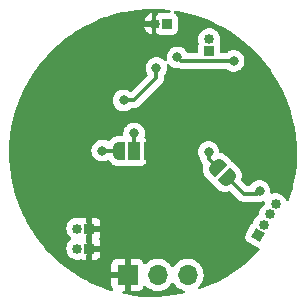
<source format=gbl>
G04 #@! TF.GenerationSoftware,KiCad,Pcbnew,(6.0.7)*
G04 #@! TF.CreationDate,2023-04-27T15:14:37-07:00*
G04 #@! TF.ProjectId,OBC-Attempt-3_Dual_Deploy,4f42432d-4174-4746-956d-70742d335f44,rev?*
G04 #@! TF.SameCoordinates,Original*
G04 #@! TF.FileFunction,Copper,L2,Bot*
G04 #@! TF.FilePolarity,Positive*
%FSLAX46Y46*%
G04 Gerber Fmt 4.6, Leading zero omitted, Abs format (unit mm)*
G04 Created by KiCad (PCBNEW (6.0.7)) date 2023-04-27 15:14:37*
%MOMM*%
%LPD*%
G01*
G04 APERTURE LIST*
G04 Aperture macros list*
%AMHorizOval*
0 Thick line with rounded ends*
0 $1 width*
0 $2 $3 position (X,Y) of the first rounded end (center of the circle)*
0 $4 $5 position (X,Y) of the second rounded end (center of the circle)*
0 Add line between two ends*
20,1,$1,$2,$3,$4,$5,0*
0 Add two circle primitives to create the rounded ends*
1,1,$1,$2,$3*
1,1,$1,$4,$5*%
%AMRotRect*
0 Rectangle, with rotation*
0 The origin of the aperture is its center*
0 $1 length*
0 $2 width*
0 $3 Rotation angle, in degrees counterclockwise*
0 Add horizontal line*
21,1,$1,$2,0,0,$3*%
%AMFreePoly0*
4,1,22,0.550000,-0.750000,0.000000,-0.750000,0.000000,-0.745033,-0.079941,-0.743568,-0.215256,-0.701293,-0.333266,-0.622738,-0.424486,-0.514219,-0.481581,-0.384460,-0.499164,-0.250000,-0.500000,-0.250000,-0.500000,0.250000,-0.499164,0.250000,-0.499963,0.256109,-0.478152,0.396186,-0.417904,0.524511,-0.324060,0.630769,-0.204165,0.706417,-0.067858,0.745374,0.000000,0.744959,0.000000,0.750000,
0.550000,0.750000,0.550000,-0.750000,0.550000,-0.750000,$1*%
%AMFreePoly1*
4,1,20,0.000000,0.744959,0.073905,0.744508,0.209726,0.703889,0.328688,0.626782,0.421226,0.519385,0.479903,0.390333,0.500000,0.250000,0.500000,-0.250000,0.499851,-0.262216,0.476331,-0.402017,0.414519,-0.529596,0.319384,-0.634700,0.198574,-0.708877,0.061801,-0.746166,0.000000,-0.745033,0.000000,-0.750000,-0.550000,-0.750000,-0.550000,0.750000,0.000000,0.750000,0.000000,0.744959,
0.000000,0.744959,$1*%
%AMFreePoly2*
4,1,22,0.499999,-0.750000,0.000000,-0.750000,0.000000,-0.745033,-0.079941,-0.743568,-0.215256,-0.701293,-0.333266,-0.622738,-0.424486,-0.514219,-0.481581,-0.384460,-0.499164,-0.250000,-0.500000,-0.250000,-0.500000,0.250000,-0.499164,0.250000,-0.499963,0.256109,-0.478152,0.396186,-0.417904,0.524511,-0.324060,0.630769,-0.204165,0.706417,-0.067858,0.745374,0.000000,0.744960,0.000000,0.750000,
0.499999,0.750000,0.499999,-0.750000,0.499999,-0.750000,$1*%
%AMFreePoly3*
4,1,20,0.000000,0.744960,0.073905,0.744508,0.209726,0.703889,0.328688,0.626782,0.421226,0.519385,0.479903,0.390333,0.500000,0.250000,0.500000,-0.250000,0.499851,-0.262216,0.476331,-0.402017,0.414519,-0.529596,0.319384,-0.634700,0.198574,-0.708877,0.061801,-0.746166,0.000000,-0.745033,0.000000,-0.750000,-0.499999,-0.750000,-0.499999,0.750000,0.000000,0.750000,0.000000,0.744960,
0.000000,0.744960,$1*%
G04 Aperture macros list end*
G04 #@! TA.AperFunction,ComponentPad*
%ADD10R,1.700000X1.700000*%
G04 #@! TD*
G04 #@! TA.AperFunction,ComponentPad*
%ADD11O,1.700000X1.700000*%
G04 #@! TD*
G04 #@! TA.AperFunction,ComponentPad*
%ADD12R,0.850000X0.850000*%
G04 #@! TD*
G04 #@! TA.AperFunction,ComponentPad*
%ADD13O,0.850000X0.850000*%
G04 #@! TD*
G04 #@! TA.AperFunction,ComponentPad*
%ADD14RotRect,0.850000X0.850000X150.000000*%
G04 #@! TD*
G04 #@! TA.AperFunction,ComponentPad*
%ADD15HorizOval,0.850000X0.000000X0.000000X0.000000X0.000000X0*%
G04 #@! TD*
G04 #@! TA.AperFunction,SMDPad,CuDef*
%ADD16FreePoly0,180.000000*%
G04 #@! TD*
G04 #@! TA.AperFunction,SMDPad,CuDef*
%ADD17R,1.000000X1.500000*%
G04 #@! TD*
G04 #@! TA.AperFunction,SMDPad,CuDef*
%ADD18FreePoly1,180.000000*%
G04 #@! TD*
G04 #@! TA.AperFunction,SMDPad,CuDef*
%ADD19FreePoly2,315.000000*%
G04 #@! TD*
G04 #@! TA.AperFunction,SMDPad,CuDef*
%ADD20FreePoly3,315.000000*%
G04 #@! TD*
G04 #@! TA.AperFunction,ViaPad*
%ADD21C,0.800000*%
G04 #@! TD*
G04 #@! TA.AperFunction,Conductor*
%ADD22C,0.300000*%
G04 #@! TD*
G04 APERTURE END LIST*
D10*
X151640000Y-122420000D03*
D11*
X154180000Y-122420000D03*
X156720000Y-122420000D03*
D12*
X158550000Y-103475000D03*
D13*
X158550000Y-102475000D03*
D12*
X154950000Y-101175000D03*
D13*
X153950000Y-101175000D03*
D14*
X162700000Y-119032051D03*
D15*
X163200000Y-118166026D03*
X163700000Y-117300000D03*
X164200000Y-116433975D03*
D12*
X148400000Y-120200000D03*
D13*
X147400000Y-120200000D03*
D12*
X148400000Y-118500000D03*
D13*
X147400000Y-118500000D03*
D16*
X153520000Y-111940000D03*
D17*
X152220000Y-111940000D03*
D18*
X150920000Y-111940000D03*
D19*
X159189908Y-113282153D03*
D20*
X160109146Y-114201391D03*
D21*
X151300000Y-107650000D03*
X149500000Y-111910000D03*
X154080000Y-104900000D03*
X159100000Y-105750000D03*
X148925000Y-102675000D03*
X151250000Y-105630000D03*
X155722070Y-105649500D03*
X150300000Y-101725000D03*
X154700000Y-110350000D03*
X144350000Y-112500000D03*
X150425000Y-110125000D03*
X143400000Y-112500000D03*
X162799949Y-106863431D03*
X151750000Y-114540000D03*
X149475000Y-116800000D03*
X144350000Y-117650000D03*
X159125000Y-107550000D03*
X146675000Y-105375000D03*
X164050000Y-112300000D03*
X156470000Y-114540000D03*
X152200000Y-110450000D03*
X158496000Y-112014000D03*
X162814000Y-115316000D03*
X160625000Y-104300000D03*
X155868345Y-103997521D03*
D22*
X154080000Y-105720000D02*
X152150000Y-107650000D01*
X152150000Y-107650000D02*
X151300000Y-107650000D01*
X154080000Y-104900000D02*
X154080000Y-105720000D01*
X150920000Y-111940000D02*
X149530000Y-111940000D01*
X149530000Y-111940000D02*
X149500000Y-111910000D01*
X152200000Y-110450000D02*
X152200000Y-111920000D01*
X152200000Y-111920000D02*
X152220000Y-111940000D01*
X158496000Y-112588245D02*
X159189908Y-113282153D01*
X158496000Y-112014000D02*
X158496000Y-112588245D01*
X162560000Y-115570000D02*
X162814000Y-115316000D01*
X161798000Y-115570000D02*
X162560000Y-115570000D01*
X161477755Y-115570000D02*
X161798000Y-115570000D01*
X160109146Y-114201391D02*
X161477755Y-115570000D01*
X155868345Y-103997521D02*
X156170824Y-104300000D01*
X156170824Y-104300000D02*
X160625000Y-104300000D01*
G04 #@! TA.AperFunction,Conductor*
G36*
X153888627Y-99908920D02*
G01*
X154225312Y-99920677D01*
X154562005Y-99932435D01*
X154569010Y-99932875D01*
X155040154Y-99975753D01*
X155196910Y-99990019D01*
X155262937Y-100016112D01*
X155304376Y-100073761D01*
X155308069Y-100144661D01*
X155272844Y-100206303D01*
X155209885Y-100239116D01*
X155185490Y-100241500D01*
X154476866Y-100241500D01*
X154414684Y-100248255D01*
X154334750Y-100278221D01*
X154324424Y-100282092D01*
X154253616Y-100287275D01*
X154241258Y-100283943D01*
X154233448Y-100281405D01*
X154221720Y-100278912D01*
X154207659Y-100279985D01*
X154204000Y-100289941D01*
X154204000Y-100294087D01*
X154183998Y-100362208D01*
X154168025Y-100382028D01*
X154161739Y-100386739D01*
X154074385Y-100503295D01*
X154023255Y-100639684D01*
X154016500Y-100701866D01*
X154016500Y-101648134D01*
X154023255Y-101710316D01*
X154074385Y-101846705D01*
X154161739Y-101963261D01*
X154167518Y-101967592D01*
X154201121Y-102029130D01*
X154204000Y-102055913D01*
X154204000Y-102056739D01*
X154207973Y-102070270D01*
X154218468Y-102071779D01*
X154233448Y-102068595D01*
X154241258Y-102066057D01*
X154312226Y-102064030D01*
X154324424Y-102067908D01*
X154414684Y-102101745D01*
X154476866Y-102108500D01*
X155423134Y-102108500D01*
X155485316Y-102101745D01*
X155621705Y-102050615D01*
X155738261Y-101963261D01*
X155825615Y-101846705D01*
X155876745Y-101710316D01*
X155883500Y-101648134D01*
X155883500Y-100701866D01*
X155876745Y-100639684D01*
X155825615Y-100503295D01*
X155738261Y-100386739D01*
X155705529Y-100362208D01*
X155628892Y-100304771D01*
X155628890Y-100304770D01*
X155621705Y-100299385D01*
X155613295Y-100296232D01*
X155611930Y-100295485D01*
X155561784Y-100245227D01*
X155546769Y-100175836D01*
X155571653Y-100109343D01*
X155628536Y-100066860D01*
X155690844Y-100060316D01*
X155913551Y-100093202D01*
X155920481Y-100094424D01*
X156580481Y-100229903D01*
X156587331Y-100231509D01*
X157238769Y-100403627D01*
X157245519Y-100405614D01*
X157886303Y-100613817D01*
X157892932Y-100616177D01*
X158521123Y-100859836D01*
X158527609Y-100862563D01*
X158864470Y-101015369D01*
X159141204Y-101140901D01*
X159147503Y-101143973D01*
X159698210Y-101431876D01*
X159744627Y-101456142D01*
X159750753Y-101459565D01*
X160292252Y-101782364D01*
X160329506Y-101804572D01*
X160335446Y-101808342D01*
X160894036Y-102185115D01*
X160899754Y-102189209D01*
X161027811Y-102286409D01*
X161436434Y-102596571D01*
X161441915Y-102600977D01*
X161955033Y-103037675D01*
X161960244Y-103042367D01*
X162448195Y-103507036D01*
X162453135Y-103512011D01*
X162914378Y-104003186D01*
X162919033Y-104008429D01*
X163067052Y-104184831D01*
X163352140Y-104524585D01*
X163356510Y-104530099D01*
X163760115Y-105069609D01*
X163764171Y-105075359D01*
X163909792Y-105294536D01*
X164077456Y-105546890D01*
X164137027Y-105636552D01*
X164140751Y-105642511D01*
X164418495Y-106115913D01*
X164481710Y-106223661D01*
X164485100Y-106229827D01*
X164793082Y-106829097D01*
X164796122Y-106835442D01*
X165070173Y-107450969D01*
X165072854Y-107457474D01*
X165312115Y-108087332D01*
X165314429Y-108093977D01*
X165380846Y-108303350D01*
X165461785Y-108558500D01*
X165518161Y-108736221D01*
X165520088Y-108742938D01*
X165687666Y-109395614D01*
X165689215Y-109402437D01*
X165791454Y-109918774D01*
X165820086Y-110063377D01*
X165821257Y-110070298D01*
X165886862Y-110537100D01*
X165915033Y-110737548D01*
X165915817Y-110744541D01*
X165972196Y-111415941D01*
X165972589Y-111422966D01*
X165991426Y-112097358D01*
X165991463Y-112102635D01*
X165986784Y-112437763D01*
X165986600Y-112443038D01*
X165948939Y-113116649D01*
X165948350Y-113123660D01*
X165873246Y-113793226D01*
X165872267Y-113800192D01*
X165762488Y-114449251D01*
X165759901Y-114464544D01*
X165758535Y-114471443D01*
X165662909Y-114892344D01*
X165609261Y-115128475D01*
X165607511Y-115135290D01*
X165421792Y-115782966D01*
X165419664Y-115789673D01*
X165351163Y-115986381D01*
X165312178Y-116098333D01*
X165311307Y-116100833D01*
X165270015Y-116158587D01*
X165204054Y-116184848D01*
X165134366Y-116171279D01*
X165083077Y-116122188D01*
X165072483Y-116098333D01*
X165062418Y-116067357D01*
X165057492Y-116052195D01*
X164959377Y-115882255D01*
X164828074Y-115736428D01*
X164669321Y-115621087D01*
X164663293Y-115618403D01*
X164663291Y-115618402D01*
X164496087Y-115543958D01*
X164496086Y-115543958D01*
X164490056Y-115541273D01*
X164394086Y-115520874D01*
X164304572Y-115501847D01*
X164304568Y-115501847D01*
X164298115Y-115500475D01*
X164101885Y-115500475D01*
X164095432Y-115501847D01*
X164095428Y-115501847D01*
X164005914Y-115520874D01*
X163909944Y-115541273D01*
X163903917Y-115543956D01*
X163903909Y-115543959D01*
X163893080Y-115548781D01*
X163822713Y-115558216D01*
X163758416Y-115528111D01*
X163720602Y-115468022D01*
X163716520Y-115420504D01*
X163720119Y-115386267D01*
X163727504Y-115316000D01*
X163725350Y-115295502D01*
X163708232Y-115132635D01*
X163708232Y-115132633D01*
X163707542Y-115126072D01*
X163648527Y-114944444D01*
X163553040Y-114779056D01*
X163515916Y-114737825D01*
X163429675Y-114642045D01*
X163429674Y-114642044D01*
X163425253Y-114637134D01*
X163270752Y-114524882D01*
X163264724Y-114522198D01*
X163264722Y-114522197D01*
X163102319Y-114449891D01*
X163102318Y-114449891D01*
X163096288Y-114447206D01*
X163002887Y-114427353D01*
X162915944Y-114408872D01*
X162915939Y-114408872D01*
X162909487Y-114407500D01*
X162718513Y-114407500D01*
X162712061Y-114408872D01*
X162712056Y-114408872D01*
X162625113Y-114427353D01*
X162531712Y-114447206D01*
X162525682Y-114449891D01*
X162525681Y-114449891D01*
X162363278Y-114522197D01*
X162363276Y-114522198D01*
X162357248Y-114524882D01*
X162202747Y-114637134D01*
X162198326Y-114642044D01*
X162198325Y-114642045D01*
X162112085Y-114737825D01*
X162074960Y-114779056D01*
X162071659Y-114784774D01*
X162034866Y-114848501D01*
X161983483Y-114897494D01*
X161925747Y-114911500D01*
X161802704Y-114911500D01*
X161734583Y-114891498D01*
X161713609Y-114874595D01*
X161288265Y-114449251D01*
X161254239Y-114386939D01*
X161258918Y-114322337D01*
X161257475Y-114321910D01*
X161258745Y-114317617D01*
X161260319Y-114313418D01*
X161280247Y-114222783D01*
X161290636Y-114175530D01*
X161290636Y-114175527D01*
X161291597Y-114171158D01*
X161302211Y-114028329D01*
X161292304Y-113883009D01*
X161262404Y-113742941D01*
X161212107Y-113606238D01*
X161193941Y-113572572D01*
X161146229Y-113484146D01*
X161146225Y-113484140D01*
X161144096Y-113480194D01*
X161057459Y-113363111D01*
X161054308Y-113359921D01*
X160959955Y-113264407D01*
X160959950Y-113264402D01*
X160956806Y-113261220D01*
X160954835Y-113259723D01*
X160952059Y-113257122D01*
X160649184Y-112954247D01*
X160593790Y-112906247D01*
X160560557Y-112888100D01*
X160520077Y-112853023D01*
X160439750Y-112745719D01*
X160439749Y-112745718D01*
X160437052Y-112742115D01*
X160090644Y-112395707D01*
X160090101Y-112395161D01*
X160040724Y-112345177D01*
X160037567Y-112341981D01*
X160007406Y-112319087D01*
X159925124Y-112256631D01*
X159925121Y-112256629D01*
X159921548Y-112253917D01*
X159796343Y-112184371D01*
X159660266Y-112132408D01*
X159655898Y-112131420D01*
X159655896Y-112131419D01*
X159524949Y-112101789D01*
X159524950Y-112101789D01*
X159520574Y-112100799D01*
X159516099Y-112100439D01*
X159513143Y-112099988D01*
X159448818Y-112069942D01*
X159410948Y-112009889D01*
X159406834Y-111988599D01*
X159390232Y-111830635D01*
X159390232Y-111830633D01*
X159389542Y-111824072D01*
X159330527Y-111642444D01*
X159235040Y-111477056D01*
X159107253Y-111335134D01*
X159008157Y-111263136D01*
X158958094Y-111226763D01*
X158958093Y-111226762D01*
X158952752Y-111222882D01*
X158946724Y-111220198D01*
X158946722Y-111220197D01*
X158784319Y-111147891D01*
X158784318Y-111147891D01*
X158778288Y-111145206D01*
X158672703Y-111122763D01*
X158597944Y-111106872D01*
X158597939Y-111106872D01*
X158591487Y-111105500D01*
X158400513Y-111105500D01*
X158394061Y-111106872D01*
X158394056Y-111106872D01*
X158319297Y-111122763D01*
X158213712Y-111145206D01*
X158207682Y-111147891D01*
X158207681Y-111147891D01*
X158045278Y-111220197D01*
X158045276Y-111220198D01*
X158039248Y-111222882D01*
X158033907Y-111226762D01*
X158033906Y-111226763D01*
X157983843Y-111263136D01*
X157884747Y-111335134D01*
X157756960Y-111477056D01*
X157661473Y-111642444D01*
X157602458Y-111824072D01*
X157582496Y-112014000D01*
X157583186Y-112020565D01*
X157600403Y-112184371D01*
X157602458Y-112203928D01*
X157661473Y-112385556D01*
X157756960Y-112550944D01*
X157786683Y-112583955D01*
X157808009Y-112607640D01*
X157838726Y-112671647D01*
X157839540Y-112680056D01*
X157840189Y-112684153D01*
X157840438Y-112692076D01*
X157842650Y-112699689D01*
X157842650Y-112699690D01*
X157846419Y-112712661D01*
X157850430Y-112732027D01*
X157853118Y-112753309D01*
X157856034Y-112760674D01*
X157856035Y-112760678D01*
X157870126Y-112796266D01*
X157873965Y-112807476D01*
X157886855Y-112851845D01*
X157897775Y-112870310D01*
X157906466Y-112888050D01*
X157914365Y-112908001D01*
X157929111Y-112928297D01*
X157941516Y-112945371D01*
X157948033Y-112955293D01*
X157967507Y-112988222D01*
X157967510Y-112988226D01*
X157971547Y-112995052D01*
X157986711Y-113010216D01*
X157999551Y-113025249D01*
X158012159Y-113042602D01*
X158013429Y-113043653D01*
X158044219Y-113104510D01*
X158041090Y-113157959D01*
X158042335Y-113158249D01*
X158010338Y-113295744D01*
X158010337Y-113295751D01*
X158009323Y-113300108D01*
X157996964Y-113442796D01*
X158005094Y-113588227D01*
X158033280Y-113728650D01*
X158034773Y-113732865D01*
X158034774Y-113732870D01*
X158039895Y-113747330D01*
X158081904Y-113865959D01*
X158148370Y-113992825D01*
X158233571Y-114110959D01*
X158236678Y-114114182D01*
X158236683Y-114114188D01*
X158291603Y-114171158D01*
X158332972Y-114214072D01*
X158336500Y-114216819D01*
X158339840Y-114219824D01*
X158339755Y-114219918D01*
X158346046Y-114225475D01*
X158649870Y-114529298D01*
X158705264Y-114577297D01*
X158738497Y-114595444D01*
X158778977Y-114630521D01*
X158787604Y-114642045D01*
X158862002Y-114741429D01*
X159206559Y-115085986D01*
X159208177Y-115087633D01*
X159245233Y-115126072D01*
X159252212Y-115133312D01*
X159367146Y-115222785D01*
X159491492Y-115293855D01*
X159530843Y-115309435D01*
X159622755Y-115345826D01*
X159622758Y-115345827D01*
X159626923Y-115347476D01*
X159631279Y-115348518D01*
X159631286Y-115348520D01*
X159761855Y-115379746D01*
X159761861Y-115379747D01*
X159766218Y-115380789D01*
X159873383Y-115390731D01*
X159906787Y-115393830D01*
X159906789Y-115393830D01*
X159911251Y-115394244D01*
X160054297Y-115387123D01*
X160197283Y-115359329D01*
X160225524Y-115349522D01*
X160296436Y-115346071D01*
X160355951Y-115379455D01*
X160954096Y-115977600D01*
X160962086Y-115986381D01*
X160962094Y-115986390D01*
X160966339Y-115993080D01*
X160972114Y-115998503D01*
X161018028Y-116041619D01*
X161020870Y-116044374D01*
X161041422Y-116064926D01*
X161044556Y-116067357D01*
X161044918Y-116067638D01*
X161053946Y-116075348D01*
X161087622Y-116106972D01*
X161094573Y-116110793D01*
X161094574Y-116110794D01*
X161106410Y-116117301D01*
X161122939Y-116128158D01*
X161133624Y-116136447D01*
X161133626Y-116136448D01*
X161139886Y-116141304D01*
X161182299Y-116159657D01*
X161192936Y-116164868D01*
X161233418Y-116187124D01*
X161241097Y-116189096D01*
X161241098Y-116189096D01*
X161254189Y-116192457D01*
X161272891Y-116198859D01*
X161292578Y-116207379D01*
X161300407Y-116208619D01*
X161338203Y-116214605D01*
X161349829Y-116217013D01*
X161386890Y-116226529D01*
X161386891Y-116226529D01*
X161394567Y-116228500D01*
X161416013Y-116228500D01*
X161435723Y-116230051D01*
X161456906Y-116233406D01*
X161502890Y-116229059D01*
X161514749Y-116228500D01*
X162477944Y-116228500D01*
X162489800Y-116229059D01*
X162489803Y-116229059D01*
X162497537Y-116230788D01*
X162568369Y-116228562D01*
X162572327Y-116228500D01*
X162601432Y-116228500D01*
X162605832Y-116227944D01*
X162617664Y-116227012D01*
X162663831Y-116225562D01*
X162671447Y-116223349D01*
X162672250Y-116223222D01*
X162705312Y-116224096D01*
X162705486Y-116222436D01*
X162712049Y-116223126D01*
X162718513Y-116224500D01*
X162909487Y-116224500D01*
X162915939Y-116223128D01*
X162915944Y-116223128D01*
X163004840Y-116204232D01*
X163096288Y-116184794D01*
X163102320Y-116182108D01*
X163108600Y-116180068D01*
X163109434Y-116182634D01*
X163167933Y-116174791D01*
X163232230Y-116204897D01*
X163270044Y-116264986D01*
X163274125Y-116312502D01*
X163263712Y-116411581D01*
X163236699Y-116477238D01*
X163212463Y-116500347D01*
X163091833Y-116587990D01*
X163071926Y-116602453D01*
X162940623Y-116748280D01*
X162842508Y-116918220D01*
X162781870Y-117104845D01*
X162770093Y-117216899D01*
X162763712Y-117277607D01*
X162736699Y-117343264D01*
X162712464Y-117366372D01*
X162571926Y-117468479D01*
X162567505Y-117473389D01*
X162567504Y-117473390D01*
X162477910Y-117572895D01*
X162440623Y-117614306D01*
X162342508Y-117784246D01*
X162281870Y-117970871D01*
X162281511Y-117974283D01*
X162248341Y-118035722D01*
X162238884Y-118044345D01*
X162171178Y-118100057D01*
X162171176Y-118100059D01*
X162165073Y-118105081D01*
X162128132Y-118155555D01*
X161654998Y-118975047D01*
X161629757Y-119032276D01*
X161628461Y-119040063D01*
X161628460Y-119040066D01*
X161607317Y-119167099D01*
X161605843Y-119175957D01*
X161623215Y-119320575D01*
X161680479Y-119454503D01*
X161686186Y-119461438D01*
X161749667Y-119538585D01*
X161773030Y-119566978D01*
X161823504Y-119603919D01*
X162642996Y-120077053D01*
X162700225Y-120102294D01*
X162708016Y-120103591D01*
X162708017Y-120103591D01*
X162729575Y-120107179D01*
X162793488Y-120138093D01*
X162830542Y-120198653D01*
X162828971Y-120269632D01*
X162803112Y-120315124D01*
X162689552Y-120443029D01*
X162684736Y-120448158D01*
X162209969Y-120926251D01*
X162204879Y-120931099D01*
X161704153Y-121381953D01*
X161698831Y-121386483D01*
X161475056Y-121566403D01*
X161173716Y-121808686D01*
X161168112Y-121812940D01*
X160620232Y-122205184D01*
X160614432Y-122209096D01*
X160171943Y-122489908D01*
X160045543Y-122570124D01*
X160039502Y-122573725D01*
X159585177Y-122827639D01*
X159451352Y-122902431D01*
X159445123Y-122905688D01*
X158839529Y-123201056D01*
X158833127Y-123203960D01*
X158606342Y-123299292D01*
X158211983Y-123465065D01*
X158205423Y-123467609D01*
X157781975Y-123618392D01*
X157711092Y-123622400D01*
X157649294Y-123587450D01*
X157616202Y-123524637D01*
X157622322Y-123453905D01*
X157650769Y-123410442D01*
X157754430Y-123307144D01*
X157754440Y-123307132D01*
X157758096Y-123303489D01*
X157888453Y-123122077D01*
X157909137Y-123080227D01*
X157985136Y-122926453D01*
X157985137Y-122926451D01*
X157987430Y-122921811D01*
X158052370Y-122708069D01*
X158081529Y-122486590D01*
X158083156Y-122420000D01*
X158064852Y-122197361D01*
X158010431Y-121980702D01*
X157921354Y-121775840D01*
X157800014Y-121588277D01*
X157649670Y-121423051D01*
X157645619Y-121419852D01*
X157645615Y-121419848D01*
X157478414Y-121287800D01*
X157478410Y-121287798D01*
X157474359Y-121284598D01*
X157278789Y-121176638D01*
X157273920Y-121174914D01*
X157273916Y-121174912D01*
X157073087Y-121103795D01*
X157073083Y-121103794D01*
X157068212Y-121102069D01*
X157063119Y-121101162D01*
X157063116Y-121101161D01*
X156853373Y-121063800D01*
X156853367Y-121063799D01*
X156848284Y-121062894D01*
X156774452Y-121061992D01*
X156630081Y-121060228D01*
X156630079Y-121060228D01*
X156624911Y-121060165D01*
X156404091Y-121093955D01*
X156191756Y-121163357D01*
X156161443Y-121179137D01*
X156033681Y-121245646D01*
X155993607Y-121266507D01*
X155989474Y-121269610D01*
X155989471Y-121269612D01*
X155836729Y-121384294D01*
X155814965Y-121400635D01*
X155660629Y-121562138D01*
X155553201Y-121719621D01*
X155498293Y-121764621D01*
X155427768Y-121772792D01*
X155364021Y-121741538D01*
X155343324Y-121717054D01*
X155262822Y-121592617D01*
X155262820Y-121592614D01*
X155260014Y-121588277D01*
X155109670Y-121423051D01*
X155105619Y-121419852D01*
X155105615Y-121419848D01*
X154938414Y-121287800D01*
X154938410Y-121287798D01*
X154934359Y-121284598D01*
X154738789Y-121176638D01*
X154733920Y-121174914D01*
X154733916Y-121174912D01*
X154533087Y-121103795D01*
X154533083Y-121103794D01*
X154528212Y-121102069D01*
X154523119Y-121101162D01*
X154523116Y-121101161D01*
X154313373Y-121063800D01*
X154313367Y-121063799D01*
X154308284Y-121062894D01*
X154234452Y-121061992D01*
X154090081Y-121060228D01*
X154090079Y-121060228D01*
X154084911Y-121060165D01*
X153864091Y-121093955D01*
X153651756Y-121163357D01*
X153621443Y-121179137D01*
X153493681Y-121245646D01*
X153453607Y-121266507D01*
X153449474Y-121269610D01*
X153449471Y-121269612D01*
X153296729Y-121384294D01*
X153274965Y-121400635D01*
X153271393Y-121404373D01*
X153193898Y-121485466D01*
X153132374Y-121520895D01*
X153061462Y-121517438D01*
X153003676Y-121476192D01*
X152984823Y-121442644D01*
X152943324Y-121331946D01*
X152934786Y-121316351D01*
X152858285Y-121214276D01*
X152845724Y-121201715D01*
X152743649Y-121125214D01*
X152728054Y-121116676D01*
X152607606Y-121071522D01*
X152592351Y-121067895D01*
X152541486Y-121062369D01*
X152534672Y-121062000D01*
X151912115Y-121062000D01*
X151896876Y-121066475D01*
X151895671Y-121067865D01*
X151894000Y-121075548D01*
X151894000Y-123759884D01*
X151898475Y-123775123D01*
X151899865Y-123776328D01*
X151907548Y-123777999D01*
X152534669Y-123777999D01*
X152541490Y-123777629D01*
X152592352Y-123772105D01*
X152607604Y-123768479D01*
X152728054Y-123723324D01*
X152743649Y-123714786D01*
X152845724Y-123638285D01*
X152858285Y-123625724D01*
X152934786Y-123523649D01*
X152943324Y-123508054D01*
X152984225Y-123398952D01*
X153026867Y-123342188D01*
X153093428Y-123317488D01*
X153162777Y-123332696D01*
X153197444Y-123360684D01*
X153222865Y-123390031D01*
X153222869Y-123390035D01*
X153226250Y-123393938D01*
X153398126Y-123536632D01*
X153591000Y-123649338D01*
X153799692Y-123729030D01*
X153804760Y-123730061D01*
X153804763Y-123730062D01*
X153904173Y-123750287D01*
X154018597Y-123773567D01*
X154023772Y-123773757D01*
X154023774Y-123773757D01*
X154236673Y-123781564D01*
X154236677Y-123781564D01*
X154241837Y-123781753D01*
X154246957Y-123781097D01*
X154246959Y-123781097D01*
X154458288Y-123754025D01*
X154458289Y-123754025D01*
X154463416Y-123753368D01*
X154468366Y-123751883D01*
X154672429Y-123690661D01*
X154672434Y-123690659D01*
X154677384Y-123689174D01*
X154877994Y-123590896D01*
X155059860Y-123461173D01*
X155067154Y-123453905D01*
X155160701Y-123360684D01*
X155218096Y-123303489D01*
X155348453Y-123122077D01*
X155349776Y-123123028D01*
X155396645Y-123079857D01*
X155466580Y-123067625D01*
X155532026Y-123095144D01*
X155559875Y-123126994D01*
X155619987Y-123225088D01*
X155766250Y-123393938D01*
X155938126Y-123536632D01*
X156131000Y-123649338D01*
X156339692Y-123729030D01*
X156444181Y-123750289D01*
X156506944Y-123783469D01*
X156541806Y-123845317D01*
X156537697Y-123916194D01*
X156495921Y-123973599D01*
X156447830Y-123996429D01*
X156254872Y-124041687D01*
X156247980Y-124043102D01*
X156063931Y-124075555D01*
X155584421Y-124160106D01*
X155577495Y-124161128D01*
X154908425Y-124240910D01*
X154901427Y-124241546D01*
X154228978Y-124283853D01*
X154221983Y-124284097D01*
X153847583Y-124286711D01*
X153548205Y-124288801D01*
X153541171Y-124288654D01*
X153089714Y-124266575D01*
X152868186Y-124255740D01*
X152861184Y-124255202D01*
X152191089Y-124184771D01*
X152184114Y-124183840D01*
X151519025Y-124076119D01*
X151512113Y-124074801D01*
X151294978Y-124027061D01*
X151232742Y-123992897D01*
X151198855Y-123930510D01*
X151204077Y-123859705D01*
X151246750Y-123802964D01*
X151313325Y-123778301D01*
X151322035Y-123778000D01*
X151367885Y-123778000D01*
X151383124Y-123773525D01*
X151384329Y-123772135D01*
X151386000Y-123764452D01*
X151386000Y-122692115D01*
X151381525Y-122676876D01*
X151380135Y-122675671D01*
X151372452Y-122674000D01*
X150300116Y-122674000D01*
X150284877Y-122678475D01*
X150283672Y-122679865D01*
X150282001Y-122687548D01*
X150282001Y-123314669D01*
X150282371Y-123321490D01*
X150287895Y-123372352D01*
X150291521Y-123387604D01*
X150336676Y-123508054D01*
X150345214Y-123523648D01*
X150373712Y-123561673D01*
X150398560Y-123628179D01*
X150383507Y-123697562D01*
X150333333Y-123747792D01*
X150263968Y-123762922D01*
X150239005Y-123758597D01*
X150198260Y-123747221D01*
X150191556Y-123745146D01*
X149553704Y-123528003D01*
X149547110Y-123525550D01*
X149167931Y-123372352D01*
X148922401Y-123273152D01*
X148915969Y-123270342D01*
X148306320Y-122983463D01*
X148300041Y-122980292D01*
X147707343Y-122659821D01*
X147701250Y-122656303D01*
X147127381Y-122303256D01*
X147121493Y-122299403D01*
X146903487Y-122147885D01*
X150282000Y-122147885D01*
X150286475Y-122163124D01*
X150287865Y-122164329D01*
X150295548Y-122166000D01*
X151367885Y-122166000D01*
X151383124Y-122161525D01*
X151384329Y-122160135D01*
X151386000Y-122152452D01*
X151386000Y-121080116D01*
X151381525Y-121064877D01*
X151380135Y-121063672D01*
X151372452Y-121062001D01*
X150745331Y-121062001D01*
X150738510Y-121062371D01*
X150687648Y-121067895D01*
X150672396Y-121071521D01*
X150551946Y-121116676D01*
X150536351Y-121125214D01*
X150434276Y-121201715D01*
X150421715Y-121214276D01*
X150345214Y-121316351D01*
X150336676Y-121331946D01*
X150291522Y-121452394D01*
X150287895Y-121467649D01*
X150282369Y-121518514D01*
X150282000Y-121525328D01*
X150282000Y-122147885D01*
X146903487Y-122147885D01*
X146568214Y-121914864D01*
X146562551Y-121910688D01*
X146031624Y-121495883D01*
X146026202Y-121491398D01*
X145546581Y-121071522D01*
X145519247Y-121047593D01*
X145514086Y-121042815D01*
X145483526Y-121012888D01*
X145032656Y-120571363D01*
X145027817Y-120566352D01*
X144693292Y-120200000D01*
X146461358Y-120200000D01*
X146481870Y-120395155D01*
X146483910Y-120401433D01*
X146483910Y-120401434D01*
X146505392Y-120467548D01*
X146542508Y-120581780D01*
X146640623Y-120751720D01*
X146771926Y-120897547D01*
X146777268Y-120901428D01*
X146777270Y-120901430D01*
X146886409Y-120980724D01*
X146930679Y-121012888D01*
X146936707Y-121015572D01*
X146936709Y-121015573D01*
X147103913Y-121090017D01*
X147109944Y-121092702D01*
X147205914Y-121113101D01*
X147295428Y-121132128D01*
X147295432Y-121132128D01*
X147301885Y-121133500D01*
X147498115Y-121133500D01*
X147504568Y-121132128D01*
X147504572Y-121132128D01*
X147683603Y-121094074D01*
X147683606Y-121094073D01*
X147690056Y-121092702D01*
X147693729Y-121091067D01*
X147763739Y-121089063D01*
X147775943Y-121092943D01*
X147857395Y-121123478D01*
X147872649Y-121127105D01*
X147923514Y-121132631D01*
X147930328Y-121133000D01*
X148127885Y-121133000D01*
X148143124Y-121128525D01*
X148144329Y-121127135D01*
X148146000Y-121119452D01*
X148146000Y-121114884D01*
X148654000Y-121114884D01*
X148658475Y-121130123D01*
X148659865Y-121131328D01*
X148667548Y-121132999D01*
X148869669Y-121132999D01*
X148876490Y-121132629D01*
X148927352Y-121127105D01*
X148942604Y-121123479D01*
X149063054Y-121078324D01*
X149078649Y-121069786D01*
X149180724Y-120993285D01*
X149193285Y-120980724D01*
X149269786Y-120878649D01*
X149278324Y-120863054D01*
X149323478Y-120742606D01*
X149327105Y-120727351D01*
X149332631Y-120676486D01*
X149333000Y-120669672D01*
X149333000Y-120472115D01*
X149328525Y-120456876D01*
X149327135Y-120455671D01*
X149319452Y-120454000D01*
X148672115Y-120454000D01*
X148656876Y-120458475D01*
X148655671Y-120459865D01*
X148654000Y-120467548D01*
X148654000Y-121114884D01*
X148146000Y-121114884D01*
X148146000Y-120808651D01*
X148162881Y-120745651D01*
X148254188Y-120587503D01*
X148254189Y-120587502D01*
X148257492Y-120581780D01*
X148294608Y-120467548D01*
X148316090Y-120401434D01*
X148316090Y-120401433D01*
X148318130Y-120395155D01*
X148338642Y-120200000D01*
X148328509Y-120103591D01*
X148318820Y-120011409D01*
X148318820Y-120011408D01*
X148318130Y-120004845D01*
X148297105Y-119940135D01*
X148293125Y-119927885D01*
X148654000Y-119927885D01*
X148658475Y-119943124D01*
X148659865Y-119944329D01*
X148667548Y-119946000D01*
X149314884Y-119946000D01*
X149330123Y-119941525D01*
X149331328Y-119940135D01*
X149332999Y-119932452D01*
X149332999Y-119730331D01*
X149332629Y-119723510D01*
X149327105Y-119672648D01*
X149323479Y-119657396D01*
X149278324Y-119536946D01*
X149269786Y-119521352D01*
X149197998Y-119425565D01*
X149173150Y-119359059D01*
X149188203Y-119289676D01*
X149197998Y-119274435D01*
X149269786Y-119178648D01*
X149278324Y-119163054D01*
X149323478Y-119042606D01*
X149327105Y-119027351D01*
X149332631Y-118976486D01*
X149333000Y-118969672D01*
X149333000Y-118772115D01*
X149328525Y-118756876D01*
X149327135Y-118755671D01*
X149319452Y-118754000D01*
X148672115Y-118754000D01*
X148656876Y-118758475D01*
X148655671Y-118759865D01*
X148654000Y-118767548D01*
X148654000Y-119927885D01*
X148293125Y-119927885D01*
X148259534Y-119824505D01*
X148257492Y-119818220D01*
X148162881Y-119654349D01*
X148146000Y-119591349D01*
X148146000Y-119108651D01*
X148162881Y-119045651D01*
X148254188Y-118887503D01*
X148254189Y-118887502D01*
X148257492Y-118881780D01*
X148294608Y-118767548D01*
X148316090Y-118701434D01*
X148316090Y-118701433D01*
X148318130Y-118695155D01*
X148338642Y-118500000D01*
X148318130Y-118304845D01*
X148297105Y-118240135D01*
X148293125Y-118227885D01*
X148654000Y-118227885D01*
X148658475Y-118243124D01*
X148659865Y-118244329D01*
X148667548Y-118246000D01*
X149314884Y-118246000D01*
X149330123Y-118241525D01*
X149331328Y-118240135D01*
X149332999Y-118232452D01*
X149332999Y-118030331D01*
X149332629Y-118023510D01*
X149327105Y-117972648D01*
X149323479Y-117957396D01*
X149278324Y-117836946D01*
X149269786Y-117821351D01*
X149193285Y-117719276D01*
X149180724Y-117706715D01*
X149078649Y-117630214D01*
X149063054Y-117621676D01*
X148942606Y-117576522D01*
X148927351Y-117572895D01*
X148876486Y-117567369D01*
X148869672Y-117567000D01*
X148672115Y-117567000D01*
X148656876Y-117571475D01*
X148655671Y-117572865D01*
X148654000Y-117580548D01*
X148654000Y-118227885D01*
X148293125Y-118227885D01*
X148259534Y-118124505D01*
X148257492Y-118118220D01*
X148162881Y-117954349D01*
X148146000Y-117891349D01*
X148146000Y-117585116D01*
X148141525Y-117569877D01*
X148140135Y-117568672D01*
X148132452Y-117567001D01*
X147930331Y-117567001D01*
X147923510Y-117567371D01*
X147872648Y-117572895D01*
X147857397Y-117576521D01*
X147775943Y-117607057D01*
X147705136Y-117612240D01*
X147695043Y-117609518D01*
X147690056Y-117607298D01*
X147683606Y-117605927D01*
X147683603Y-117605926D01*
X147504572Y-117567872D01*
X147504568Y-117567872D01*
X147498115Y-117566500D01*
X147301885Y-117566500D01*
X147295432Y-117567872D01*
X147295428Y-117567872D01*
X147214303Y-117585116D01*
X147109944Y-117607298D01*
X147103914Y-117609983D01*
X147103913Y-117609983D01*
X146936709Y-117684427D01*
X146936707Y-117684428D01*
X146930679Y-117687112D01*
X146925338Y-117690992D01*
X146925337Y-117690993D01*
X146796986Y-117784246D01*
X146771926Y-117802453D01*
X146767505Y-117807363D01*
X146767504Y-117807364D01*
X146752919Y-117823563D01*
X146640623Y-117948280D01*
X146542508Y-118118220D01*
X146540466Y-118124505D01*
X146502896Y-118240135D01*
X146481870Y-118304845D01*
X146461358Y-118500000D01*
X146481870Y-118695155D01*
X146483910Y-118701433D01*
X146483910Y-118701434D01*
X146505392Y-118767548D01*
X146542508Y-118881780D01*
X146640623Y-119051720D01*
X146645041Y-119056627D01*
X146645042Y-119056628D01*
X146752486Y-119175957D01*
X146771926Y-119197547D01*
X146777268Y-119201428D01*
X146777270Y-119201430D01*
X146841457Y-119248064D01*
X146884811Y-119304286D01*
X146890886Y-119375022D01*
X146857755Y-119437814D01*
X146841459Y-119451934D01*
X146771926Y-119502453D01*
X146767505Y-119507363D01*
X146767504Y-119507364D01*
X146698305Y-119584218D01*
X146640623Y-119648280D01*
X146542508Y-119818220D01*
X146540466Y-119824505D01*
X146502896Y-119940135D01*
X146481870Y-120004845D01*
X146481180Y-120011408D01*
X146481180Y-120011409D01*
X146471491Y-120103591D01*
X146461358Y-120200000D01*
X144693292Y-120200000D01*
X144573464Y-120068771D01*
X144568877Y-120063457D01*
X144143023Y-119541309D01*
X144138730Y-119535734D01*
X143742694Y-118990637D01*
X143738719Y-118984831D01*
X143601633Y-118772115D01*
X143373728Y-118418476D01*
X143370099Y-118412485D01*
X143037282Y-117826622D01*
X143033982Y-117820417D01*
X143027503Y-117807364D01*
X142734392Y-117216894D01*
X142731443Y-117210512D01*
X142666389Y-117058730D01*
X142466012Y-116591215D01*
X142463425Y-116584680D01*
X142432731Y-116500347D01*
X142278044Y-116075349D01*
X142232981Y-115951540D01*
X142230760Y-115944863D01*
X142114024Y-115558216D01*
X142036016Y-115299840D01*
X142034174Y-115293062D01*
X142017173Y-115222785D01*
X141911207Y-114784774D01*
X141875742Y-114638176D01*
X141874279Y-114631294D01*
X141757764Y-113996458D01*
X141752646Y-113968573D01*
X141751572Y-113961629D01*
X141667127Y-113293180D01*
X141666440Y-113286177D01*
X141619440Y-112614044D01*
X141619145Y-112607014D01*
X141609737Y-111933285D01*
X141609836Y-111926250D01*
X141610517Y-111910000D01*
X148586496Y-111910000D01*
X148606458Y-112099928D01*
X148665473Y-112281556D01*
X148760960Y-112446944D01*
X148888747Y-112588866D01*
X149043248Y-112701118D01*
X149049276Y-112703802D01*
X149049278Y-112703803D01*
X149194616Y-112768511D01*
X149217712Y-112778794D01*
X149287938Y-112793721D01*
X149398056Y-112817128D01*
X149398061Y-112817128D01*
X149404513Y-112818500D01*
X149595487Y-112818500D01*
X149601939Y-112817128D01*
X149601944Y-112817128D01*
X149712062Y-112793721D01*
X149782288Y-112778794D01*
X149819299Y-112762316D01*
X149925361Y-112715094D01*
X149995728Y-112705660D01*
X150060025Y-112735766D01*
X150082758Y-112762315D01*
X150105258Y-112797497D01*
X150198748Y-112905998D01*
X150308511Y-113001750D01*
X150312272Y-113004188D01*
X150312275Y-113004190D01*
X150344767Y-113025250D01*
X150428696Y-113079650D01*
X150560924Y-113140748D01*
X150618475Y-113157959D01*
X150693844Y-113180499D01*
X150693849Y-113180500D01*
X150698142Y-113181784D01*
X150702574Y-113182446D01*
X150702577Y-113182447D01*
X150837765Y-113202650D01*
X150837768Y-113202650D01*
X150842196Y-113203312D01*
X150916855Y-113203768D01*
X150980945Y-113204160D01*
X150980950Y-113204160D01*
X150985417Y-113204187D01*
X150987861Y-113203852D01*
X150991656Y-113203729D01*
X151470000Y-113203729D01*
X151488214Y-113202426D01*
X151536375Y-113198982D01*
X151536377Y-113198982D01*
X151543111Y-113198500D01*
X151552989Y-113195600D01*
X151555423Y-113194885D01*
X151609496Y-113193474D01*
X151609684Y-113191745D01*
X151671866Y-113198500D01*
X152768134Y-113198500D01*
X152830316Y-113191745D01*
X152966705Y-113140615D01*
X153083261Y-113053261D01*
X153170615Y-112936705D01*
X153221745Y-112800316D01*
X153228500Y-112738134D01*
X153228500Y-111141866D01*
X153221745Y-111079684D01*
X153170615Y-110943295D01*
X153087302Y-110832131D01*
X153062454Y-110765625D01*
X153068295Y-110717629D01*
X153082091Y-110675170D01*
X153093542Y-110639928D01*
X153097010Y-110606938D01*
X153112814Y-110456565D01*
X153112814Y-110456564D01*
X153113504Y-110450000D01*
X153093542Y-110260072D01*
X153034527Y-110078444D01*
X152939040Y-109913056D01*
X152923469Y-109895762D01*
X152815675Y-109776045D01*
X152815674Y-109776044D01*
X152811253Y-109771134D01*
X152656752Y-109658882D01*
X152650724Y-109656198D01*
X152650722Y-109656197D01*
X152488319Y-109583891D01*
X152488318Y-109583891D01*
X152482288Y-109581206D01*
X152388887Y-109561353D01*
X152301944Y-109542872D01*
X152301939Y-109542872D01*
X152295487Y-109541500D01*
X152104513Y-109541500D01*
X152098061Y-109542872D01*
X152098056Y-109542872D01*
X152011113Y-109561353D01*
X151917712Y-109581206D01*
X151911682Y-109583891D01*
X151911681Y-109583891D01*
X151749278Y-109656197D01*
X151749276Y-109656198D01*
X151743248Y-109658882D01*
X151588747Y-109771134D01*
X151584326Y-109776044D01*
X151584325Y-109776045D01*
X151476532Y-109895762D01*
X151460960Y-109913056D01*
X151365473Y-110078444D01*
X151306458Y-110260072D01*
X151286496Y-110450000D01*
X151295651Y-110537102D01*
X151282879Y-110606938D01*
X151234377Y-110658785D01*
X151170341Y-110676271D01*
X150932678Y-110676271D01*
X150930369Y-110676250D01*
X150871453Y-110675170D01*
X150866980Y-110675088D01*
X150857483Y-110676271D01*
X150726872Y-110692540D01*
X150726868Y-110692541D01*
X150722435Y-110693093D01*
X150584255Y-110730766D01*
X150580138Y-110732548D01*
X150580134Y-110732549D01*
X150454704Y-110786827D01*
X150454699Y-110786829D01*
X150450580Y-110788612D01*
X150328528Y-110863552D01*
X150216460Y-110956592D01*
X150120346Y-111062776D01*
X150117837Y-111066496D01*
X150112575Y-111074297D01*
X150057901Y-111119588D01*
X149987420Y-111128130D01*
X149957431Y-111117357D01*
X149956752Y-111118882D01*
X149788319Y-111043891D01*
X149788318Y-111043891D01*
X149782288Y-111041206D01*
X149688888Y-111021353D01*
X149601944Y-111002872D01*
X149601939Y-111002872D01*
X149595487Y-111001500D01*
X149404513Y-111001500D01*
X149398061Y-111002872D01*
X149398056Y-111002872D01*
X149311112Y-111021353D01*
X149217712Y-111041206D01*
X149211682Y-111043891D01*
X149211681Y-111043891D01*
X149049278Y-111116197D01*
X149049276Y-111116198D01*
X149043248Y-111118882D01*
X148888747Y-111231134D01*
X148884326Y-111236044D01*
X148884325Y-111236045D01*
X148872153Y-111249564D01*
X148760960Y-111373056D01*
X148665473Y-111538444D01*
X148606458Y-111720072D01*
X148586496Y-111910000D01*
X141610517Y-111910000D01*
X141638050Y-111253095D01*
X141638540Y-111246075D01*
X141639524Y-111236045D01*
X141689067Y-110730766D01*
X141704291Y-110575500D01*
X141705173Y-110568520D01*
X141808249Y-109902683D01*
X141809519Y-109895762D01*
X141949607Y-109236700D01*
X141951262Y-109229861D01*
X142127917Y-108579661D01*
X142129951Y-108572925D01*
X142148852Y-108516109D01*
X142342623Y-107933610D01*
X142345029Y-107926998D01*
X142454701Y-107650000D01*
X150386496Y-107650000D01*
X150406458Y-107839928D01*
X150465473Y-108021556D01*
X150560960Y-108186944D01*
X150565378Y-108191851D01*
X150565379Y-108191852D01*
X150684325Y-108323955D01*
X150688747Y-108328866D01*
X150843248Y-108441118D01*
X150849276Y-108443802D01*
X150849278Y-108443803D01*
X151011681Y-108516109D01*
X151017712Y-108518794D01*
X151111112Y-108538647D01*
X151198056Y-108557128D01*
X151198061Y-108557128D01*
X151204513Y-108558500D01*
X151395487Y-108558500D01*
X151401939Y-108557128D01*
X151401944Y-108557128D01*
X151488888Y-108538647D01*
X151582288Y-108518794D01*
X151588319Y-108516109D01*
X151750722Y-108443803D01*
X151750724Y-108443802D01*
X151756752Y-108441118D01*
X151906163Y-108332564D01*
X151973031Y-108308706D01*
X151980224Y-108308500D01*
X152067944Y-108308500D01*
X152079800Y-108309059D01*
X152079803Y-108309059D01*
X152087537Y-108310788D01*
X152158369Y-108308562D01*
X152162327Y-108308500D01*
X152191432Y-108308500D01*
X152195832Y-108307944D01*
X152207664Y-108307012D01*
X152253831Y-108305562D01*
X152274421Y-108299580D01*
X152293782Y-108295570D01*
X152300770Y-108294688D01*
X152307204Y-108293875D01*
X152307205Y-108293875D01*
X152315064Y-108292882D01*
X152322429Y-108289966D01*
X152322433Y-108289965D01*
X152358021Y-108275874D01*
X152369231Y-108272035D01*
X152413600Y-108259145D01*
X152432065Y-108248225D01*
X152449805Y-108239534D01*
X152469756Y-108231635D01*
X152507129Y-108204482D01*
X152517048Y-108197967D01*
X152549977Y-108178493D01*
X152549981Y-108178490D01*
X152556807Y-108174453D01*
X152571971Y-108159289D01*
X152587005Y-108146448D01*
X152597943Y-108138501D01*
X152604357Y-108133841D01*
X152633803Y-108098247D01*
X152641792Y-108089468D01*
X154487605Y-106243655D01*
X154496385Y-106235665D01*
X154496387Y-106235663D01*
X154503080Y-106231416D01*
X154510363Y-106223661D01*
X154551604Y-106179743D01*
X154554359Y-106176901D01*
X154574927Y-106156333D01*
X154577647Y-106152826D01*
X154585353Y-106143804D01*
X154611544Y-106115913D01*
X154616972Y-106110133D01*
X154620794Y-106103181D01*
X154627303Y-106091342D01*
X154638157Y-106074818D01*
X154646443Y-106064135D01*
X154646444Y-106064134D01*
X154651304Y-106057868D01*
X154669654Y-106015464D01*
X154674869Y-106004819D01*
X154697124Y-105964337D01*
X154699094Y-105956663D01*
X154699097Y-105956656D01*
X154702455Y-105943574D01*
X154708861Y-105924862D01*
X154714233Y-105912448D01*
X154717380Y-105905177D01*
X154724608Y-105859541D01*
X154727012Y-105847930D01*
X154738500Y-105803188D01*
X154738500Y-105781742D01*
X154740051Y-105762032D01*
X154742166Y-105748678D01*
X154742166Y-105748677D01*
X154743406Y-105740848D01*
X154739059Y-105694859D01*
X154738500Y-105683004D01*
X154738500Y-105574759D01*
X154758502Y-105506638D01*
X154770864Y-105490449D01*
X154814621Y-105441852D01*
X154814622Y-105441851D01*
X154819040Y-105436944D01*
X154877314Y-105336010D01*
X154911223Y-105277279D01*
X154911224Y-105277278D01*
X154914527Y-105271556D01*
X154973542Y-105089928D01*
X154987193Y-104960051D01*
X154992814Y-104906565D01*
X154993504Y-104900000D01*
X154989681Y-104863630D01*
X154974233Y-104716645D01*
X154974233Y-104716644D01*
X154973542Y-104710072D01*
X154973592Y-104710067D01*
X154978791Y-104641899D01*
X155021606Y-104585265D01*
X155088243Y-104560768D01*
X155157545Y-104576187D01*
X155190274Y-104602178D01*
X155257092Y-104676387D01*
X155411593Y-104788639D01*
X155417621Y-104791323D01*
X155417623Y-104791324D01*
X155580026Y-104863630D01*
X155586057Y-104866315D01*
X155679457Y-104886168D01*
X155766401Y-104904649D01*
X155766406Y-104904649D01*
X155772858Y-104906021D01*
X155877108Y-104906021D01*
X155921799Y-104914547D01*
X155926487Y-104917124D01*
X155947265Y-104922459D01*
X155965955Y-104928858D01*
X155985648Y-104937380D01*
X156029420Y-104944313D01*
X156031272Y-104944606D01*
X156042895Y-104947013D01*
X156070896Y-104954202D01*
X156087636Y-104958500D01*
X156109083Y-104958500D01*
X156128793Y-104960051D01*
X156149976Y-104963406D01*
X156195965Y-104959059D01*
X156207820Y-104958500D01*
X159944776Y-104958500D01*
X160012897Y-104978502D01*
X160018834Y-104982562D01*
X160070874Y-105020371D01*
X160146558Y-105075359D01*
X160168248Y-105091118D01*
X160174276Y-105093802D01*
X160174278Y-105093803D01*
X160336681Y-105166109D01*
X160342712Y-105168794D01*
X160436113Y-105188647D01*
X160523056Y-105207128D01*
X160523061Y-105207128D01*
X160529513Y-105208500D01*
X160720487Y-105208500D01*
X160726939Y-105207128D01*
X160726944Y-105207128D01*
X160813887Y-105188647D01*
X160907288Y-105168794D01*
X160913319Y-105166109D01*
X161075722Y-105093803D01*
X161075724Y-105093802D01*
X161081752Y-105091118D01*
X161103443Y-105075359D01*
X161137157Y-105050864D01*
X161236253Y-104978866D01*
X161264934Y-104947013D01*
X161359621Y-104841852D01*
X161359622Y-104841851D01*
X161364040Y-104836944D01*
X161459527Y-104671556D01*
X161518542Y-104489928D01*
X161532393Y-104358148D01*
X161537814Y-104306565D01*
X161538504Y-104300000D01*
X161526646Y-104187175D01*
X161519232Y-104116635D01*
X161519232Y-104116633D01*
X161518542Y-104110072D01*
X161459527Y-103928444D01*
X161364040Y-103763056D01*
X161236253Y-103621134D01*
X161081752Y-103508882D01*
X161075724Y-103506198D01*
X161075722Y-103506197D01*
X160913319Y-103433891D01*
X160913318Y-103433891D01*
X160907288Y-103431206D01*
X160813888Y-103411353D01*
X160726944Y-103392872D01*
X160726939Y-103392872D01*
X160720487Y-103391500D01*
X160529513Y-103391500D01*
X160523061Y-103392872D01*
X160523056Y-103392872D01*
X160436112Y-103411353D01*
X160342712Y-103431206D01*
X160336682Y-103433891D01*
X160336681Y-103433891D01*
X160174278Y-103506197D01*
X160174276Y-103506198D01*
X160168248Y-103508882D01*
X160019092Y-103617251D01*
X160018837Y-103617436D01*
X159951969Y-103641294D01*
X159944776Y-103641500D01*
X159609500Y-103641500D01*
X159541379Y-103621498D01*
X159494886Y-103567842D01*
X159483500Y-103515500D01*
X159483500Y-103001866D01*
X159476745Y-102939684D01*
X159473973Y-102932288D01*
X159473971Y-102932282D01*
X159440684Y-102843489D01*
X159435501Y-102772682D01*
X159438833Y-102760325D01*
X159466089Y-102676437D01*
X159466089Y-102676436D01*
X159468130Y-102670155D01*
X159488642Y-102475000D01*
X159468130Y-102279845D01*
X159407492Y-102093220D01*
X159391810Y-102066057D01*
X159332460Y-101963261D01*
X159309377Y-101923280D01*
X159266857Y-101876056D01*
X159182496Y-101782364D01*
X159182495Y-101782363D01*
X159178074Y-101777453D01*
X159114589Y-101731328D01*
X159024663Y-101665993D01*
X159024662Y-101665992D01*
X159019321Y-101662112D01*
X159013293Y-101659428D01*
X159013291Y-101659427D01*
X158846087Y-101584983D01*
X158846086Y-101584983D01*
X158840056Y-101582298D01*
X158740378Y-101561111D01*
X158654572Y-101542872D01*
X158654568Y-101542872D01*
X158648115Y-101541500D01*
X158451885Y-101541500D01*
X158445432Y-101542872D01*
X158445428Y-101542872D01*
X158359622Y-101561111D01*
X158259944Y-101582298D01*
X158253914Y-101584983D01*
X158253913Y-101584983D01*
X158086709Y-101659427D01*
X158086707Y-101659428D01*
X158080679Y-101662112D01*
X158075338Y-101665992D01*
X158075337Y-101665993D01*
X157985412Y-101731328D01*
X157921926Y-101777453D01*
X157917505Y-101782363D01*
X157917504Y-101782364D01*
X157833144Y-101876056D01*
X157790623Y-101923280D01*
X157767540Y-101963261D01*
X157708191Y-102066057D01*
X157692508Y-102093220D01*
X157631870Y-102279845D01*
X157611358Y-102475000D01*
X157631870Y-102670155D01*
X157633911Y-102676436D01*
X157633911Y-102676437D01*
X157661167Y-102760325D01*
X157663194Y-102831292D01*
X157659316Y-102843489D01*
X157626029Y-102932282D01*
X157626027Y-102932288D01*
X157623255Y-102939684D01*
X157616500Y-103001866D01*
X157616500Y-103515500D01*
X157596498Y-103583621D01*
X157542842Y-103630114D01*
X157490500Y-103641500D01*
X156784587Y-103641500D01*
X156716466Y-103621498D01*
X156675468Y-103578500D01*
X156639095Y-103515500D01*
X156607385Y-103460577D01*
X156543393Y-103389506D01*
X156484020Y-103323566D01*
X156484019Y-103323565D01*
X156479598Y-103318655D01*
X156325097Y-103206403D01*
X156319069Y-103203719D01*
X156319067Y-103203718D01*
X156156664Y-103131412D01*
X156156663Y-103131412D01*
X156150633Y-103128727D01*
X156057233Y-103108874D01*
X155970289Y-103090393D01*
X155970284Y-103090393D01*
X155963832Y-103089021D01*
X155772858Y-103089021D01*
X155766406Y-103090393D01*
X155766401Y-103090393D01*
X155679457Y-103108874D01*
X155586057Y-103128727D01*
X155580027Y-103131412D01*
X155580026Y-103131412D01*
X155417623Y-103203718D01*
X155417621Y-103203719D01*
X155411593Y-103206403D01*
X155257092Y-103318655D01*
X155252671Y-103323565D01*
X155252670Y-103323566D01*
X155193298Y-103389506D01*
X155129305Y-103460577D01*
X155033818Y-103625965D01*
X154974803Y-103807593D01*
X154954841Y-103997521D01*
X154974774Y-104187174D01*
X154974774Y-104187175D01*
X154974803Y-104187449D01*
X154974753Y-104187454D01*
X154969554Y-104255622D01*
X154926739Y-104312256D01*
X154860102Y-104336753D01*
X154790800Y-104321334D01*
X154758071Y-104295343D01*
X154695675Y-104226045D01*
X154695674Y-104226044D01*
X154691253Y-104221134D01*
X154536752Y-104108882D01*
X154530724Y-104106198D01*
X154530722Y-104106197D01*
X154368319Y-104033891D01*
X154368318Y-104033891D01*
X154362288Y-104031206D01*
X154255174Y-104008438D01*
X154181944Y-103992872D01*
X154181939Y-103992872D01*
X154175487Y-103991500D01*
X153984513Y-103991500D01*
X153978061Y-103992872D01*
X153978056Y-103992872D01*
X153904826Y-104008438D01*
X153797712Y-104031206D01*
X153791682Y-104033891D01*
X153791681Y-104033891D01*
X153629278Y-104106197D01*
X153629276Y-104106198D01*
X153623248Y-104108882D01*
X153468747Y-104221134D01*
X153464326Y-104226044D01*
X153464325Y-104226045D01*
X153378527Y-104321334D01*
X153340960Y-104363056D01*
X153245473Y-104528444D01*
X153186458Y-104710072D01*
X153185768Y-104716633D01*
X153185768Y-104716635D01*
X153170319Y-104863630D01*
X153166496Y-104900000D01*
X153167186Y-104906565D01*
X153172808Y-104960051D01*
X153186458Y-105089928D01*
X153245473Y-105271556D01*
X153248776Y-105277278D01*
X153248777Y-105277279D01*
X153325867Y-105410803D01*
X153342605Y-105479799D01*
X153319384Y-105546890D01*
X153305843Y-105562898D01*
X152642040Y-106226700D01*
X151979444Y-106889296D01*
X151917132Y-106923322D01*
X151846316Y-106918257D01*
X151816289Y-106902137D01*
X151762099Y-106862766D01*
X151762093Y-106862763D01*
X151756752Y-106858882D01*
X151750724Y-106856198D01*
X151750722Y-106856197D01*
X151588319Y-106783891D01*
X151588318Y-106783891D01*
X151582288Y-106781206D01*
X151488888Y-106761353D01*
X151401944Y-106742872D01*
X151401939Y-106742872D01*
X151395487Y-106741500D01*
X151204513Y-106741500D01*
X151198061Y-106742872D01*
X151198056Y-106742872D01*
X151111113Y-106761353D01*
X151017712Y-106781206D01*
X151011682Y-106783891D01*
X151011681Y-106783891D01*
X150849278Y-106856197D01*
X150849276Y-106856198D01*
X150843248Y-106858882D01*
X150688747Y-106971134D01*
X150560960Y-107113056D01*
X150465473Y-107278444D01*
X150406458Y-107460072D01*
X150386496Y-107650000D01*
X142454701Y-107650000D01*
X142593068Y-107300526D01*
X142595840Y-107294059D01*
X142878455Y-106682423D01*
X142881584Y-106676121D01*
X143197901Y-106081215D01*
X143201368Y-106075111D01*
X143550410Y-105498772D01*
X143554221Y-105492859D01*
X143934885Y-104936914D01*
X143939021Y-104931222D01*
X144350114Y-104397407D01*
X144354561Y-104391954D01*
X144505360Y-104217251D01*
X144794823Y-103881906D01*
X144799561Y-103876716D01*
X145267624Y-103392023D01*
X145272635Y-103387116D01*
X145767009Y-102929322D01*
X145772303Y-102924687D01*
X146291456Y-102495206D01*
X146296978Y-102490892D01*
X146839330Y-102091035D01*
X146845101Y-102087025D01*
X146868400Y-102071779D01*
X147276735Y-101804572D01*
X147408880Y-101718099D01*
X147414873Y-101714412D01*
X147890168Y-101440000D01*
X153055090Y-101440000D01*
X153090927Y-101550296D01*
X153096267Y-101562291D01*
X153187730Y-101720709D01*
X153195446Y-101731328D01*
X153317843Y-101867265D01*
X153327606Y-101876056D01*
X153475588Y-101983571D01*
X153486960Y-101990137D01*
X153654068Y-102064538D01*
X153666556Y-102068595D01*
X153678280Y-102071088D01*
X153692341Y-102070015D01*
X153696000Y-102060059D01*
X153696000Y-101447115D01*
X153691525Y-101431876D01*
X153690135Y-101430671D01*
X153682452Y-101429000D01*
X153069631Y-101429000D01*
X153056100Y-101432973D01*
X153055090Y-101440000D01*
X147890168Y-101440000D01*
X147998378Y-101377525D01*
X148004568Y-101374178D01*
X148605965Y-101070391D01*
X148612331Y-101067395D01*
X148954585Y-100917868D01*
X153056712Y-100917868D01*
X153063083Y-100921000D01*
X153677885Y-100921000D01*
X153693124Y-100916525D01*
X153694329Y-100915135D01*
X153696000Y-100907452D01*
X153696000Y-100293261D01*
X153692027Y-100279730D01*
X153681532Y-100278221D01*
X153666556Y-100281405D01*
X153654068Y-100285462D01*
X153486961Y-100359863D01*
X153475589Y-100366429D01*
X153327606Y-100473944D01*
X153317843Y-100482735D01*
X153195446Y-100618672D01*
X153187730Y-100629291D01*
X153096267Y-100787709D01*
X153090927Y-100799704D01*
X153057115Y-100903768D01*
X153056712Y-100917868D01*
X148954585Y-100917868D01*
X149229757Y-100797648D01*
X149236281Y-100795012D01*
X149681892Y-100629291D01*
X149867814Y-100560147D01*
X149874464Y-100557884D01*
X150277392Y-100433157D01*
X150518105Y-100358644D01*
X150524882Y-100356752D01*
X151178638Y-100193752D01*
X151185510Y-100192241D01*
X151434931Y-100144661D01*
X151847368Y-100065984D01*
X151854282Y-100064865D01*
X152415223Y-99990019D01*
X152522142Y-99975753D01*
X152529139Y-99975017D01*
X153200952Y-99923324D01*
X153207979Y-99922981D01*
X153245666Y-99922192D01*
X153881591Y-99908871D01*
X153888627Y-99908920D01*
G37*
G04 #@! TD.AperFunction*
M02*

</source>
